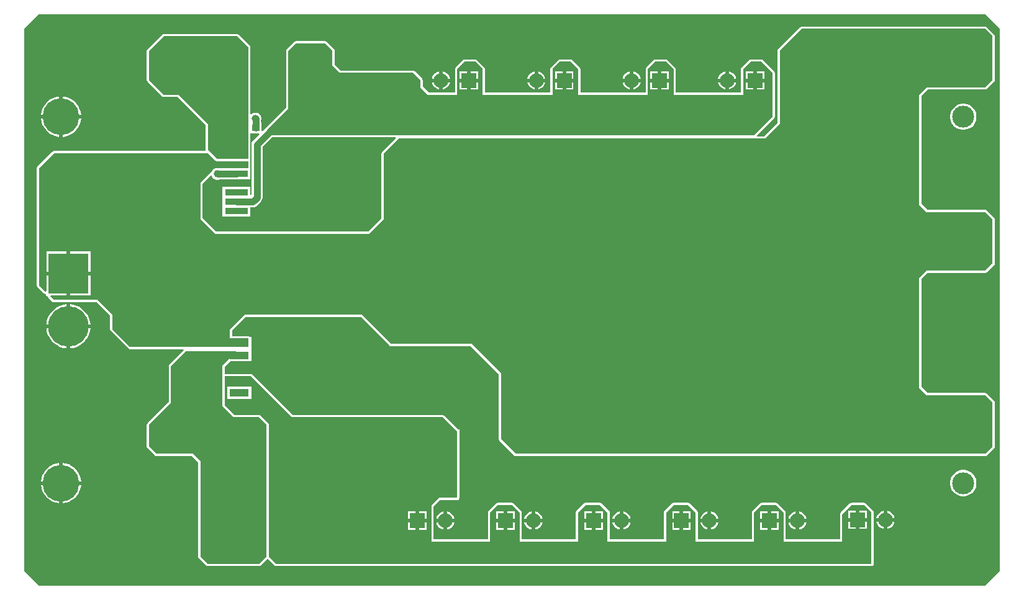
<source format=gtl>
G04*
G04 #@! TF.GenerationSoftware,Altium Limited,Altium Designer,21.8.1 (53)*
G04*
G04 Layer_Physical_Order=1*
G04 Layer_Color=255*
%FSLAX44Y44*%
%MOMM*%
G71*
G04*
G04 #@! TF.SameCoordinates,FEF93E2C-DD4C-44DC-82AE-5B634F70B55F*
G04*
G04*
G04 #@! TF.FilePolarity,Positive*
G04*
G01*
G75*
%ADD18R,1.9000X4.1500*%
%ADD19R,6.3500X18.8000*%
%ADD20R,4.0000X4.5000*%
%ADD21R,3.1600X0.9100*%
%ADD22R,10.4100X10.8000*%
%ADD23R,2.0000X7.0000*%
%ADD24R,2.9400X1.1000*%
%ADD25R,7.0000X10.8000*%
%ADD26R,2.6600X1.0700*%
G04:AMPARAMS|DCode=27|XSize=7.5mm|YSize=7.5mm|CornerRadius=1.875mm|HoleSize=0mm|Usage=FLASHONLY|Rotation=90.000|XOffset=0mm|YOffset=0mm|HoleType=Round|Shape=RoundedRectangle|*
%AMROUNDEDRECTD27*
21,1,7.5000,3.7500,0,0,90.0*
21,1,3.7500,7.5000,0,0,90.0*
1,1,3.7500,1.8750,1.8750*
1,1,3.7500,1.8750,-1.8750*
1,1,3.7500,-1.8750,-1.8750*
1,1,3.7500,-1.8750,1.8750*
%
%ADD27ROUNDEDRECTD27*%
%ADD28R,1.6000X3.5000*%
%ADD29R,3.3000X2.8500*%
%ADD30R,1.5000X0.9000*%
%ADD31R,1.0000X0.9500*%
%ADD54R,6.0900X5.6300*%
%ADD55C,0.9000*%
%ADD56R,2.0000X2.0000*%
%ADD57C,2.0000*%
%ADD58C,5.5160*%
%ADD59R,5.5160X5.5160*%
%ADD60C,5.0000*%
%ADD61C,3.0000*%
%ADD62C,1.0000*%
%ADD63C,1.5000*%
G36*
X1340000Y770000D02*
Y30000D01*
X1340000D01*
X1320000Y10000D01*
X30000D01*
X10000Y30000D01*
Y770000D01*
X30000Y790000D01*
X1320000D01*
X1340000Y770000D01*
D02*
G37*
%LPC*%
G36*
X1320000Y773059D02*
X1320000Y773059D01*
X1070000D01*
X1070000Y773059D01*
X1068829Y772826D01*
X1067837Y772163D01*
X1037837Y742163D01*
X1037174Y741171D01*
X1036941Y740000D01*
X1036941Y740000D01*
Y641267D01*
X1018733Y623059D01*
X1009044D01*
X1008558Y624232D01*
X1032163Y647837D01*
X1032826Y648829D01*
X1033059Y650000D01*
X1033059Y650000D01*
Y710000D01*
X1032826Y711171D01*
X1032163Y712163D01*
X1032163Y712163D01*
X1017163Y727163D01*
X1016171Y727826D01*
X1015000Y728059D01*
X1015000Y728059D01*
X1000000D01*
X998829Y727826D01*
X997837Y727163D01*
X997837Y727163D01*
X987837Y717163D01*
X987174Y716171D01*
X986941Y715000D01*
X986941Y715000D01*
Y683059D01*
X898059D01*
Y715000D01*
X897826Y716171D01*
X897163Y717163D01*
X897163Y717163D01*
X887163Y727163D01*
X886171Y727826D01*
X885000Y728059D01*
X885000Y728059D01*
X870000D01*
X868829Y727826D01*
X867837Y727163D01*
X867837Y727163D01*
X857837Y717163D01*
X857174Y716171D01*
X856941Y715000D01*
X856941Y715000D01*
Y683059D01*
X768059D01*
Y715000D01*
X767826Y716171D01*
X767163Y717163D01*
X767163Y717163D01*
X757163Y727163D01*
X756171Y727826D01*
X755000Y728059D01*
X755000Y728059D01*
X740000D01*
X738829Y727826D01*
X737837Y727163D01*
X737837Y727163D01*
X727837Y717163D01*
X727174Y716171D01*
X726941Y715000D01*
X726941Y715000D01*
Y683059D01*
X638059D01*
Y715000D01*
X637826Y716171D01*
X637163Y717163D01*
X637163Y717163D01*
X627163Y727163D01*
X626171Y727826D01*
X625000Y728059D01*
X625000Y728059D01*
X610000D01*
X608829Y727826D01*
X607837Y727163D01*
X607837Y727163D01*
X597837Y717163D01*
X597174Y716171D01*
X596941Y715000D01*
X596941Y715000D01*
Y683059D01*
X561267D01*
X553059Y691267D01*
Y700000D01*
X552826Y701171D01*
X552163Y702163D01*
X552163Y702163D01*
X542163Y712163D01*
X541171Y712826D01*
X540000Y713059D01*
X540000Y713059D01*
X441267D01*
X433059Y721267D01*
Y740000D01*
X432826Y741171D01*
X432163Y742163D01*
X432163Y742163D01*
X422163Y752163D01*
X421171Y752826D01*
X420000Y753059D01*
X420000Y753059D01*
X380000D01*
X378829Y752826D01*
X377837Y752163D01*
X377837Y752163D01*
X367837Y742163D01*
X367174Y741171D01*
X366941Y740000D01*
X366941Y740000D01*
Y662639D01*
X334673Y630371D01*
X333500Y630857D01*
Y642750D01*
X332756D01*
Y645536D01*
X333000Y646447D01*
Y648553D01*
X332455Y650588D01*
X331402Y652412D01*
X329912Y653902D01*
X328088Y654955D01*
X326053Y655500D01*
X323947D01*
X321912Y654955D01*
X320088Y653902D01*
X319329Y653142D01*
X318059Y653669D01*
Y745000D01*
X317826Y746171D01*
X317163Y747163D01*
X317163Y747163D01*
X302163Y762163D01*
X301171Y762826D01*
X300000Y763059D01*
X300000Y763059D01*
X200000D01*
X200000Y763059D01*
X198829Y762826D01*
X197837Y762163D01*
X177837Y742163D01*
X177174Y741171D01*
X176941Y740000D01*
X176941Y740000D01*
X176941Y700000D01*
X177174Y698829D01*
X177837Y697837D01*
X197837Y677837D01*
X198829Y677174D01*
X200000Y676941D01*
X200000Y676941D01*
X218733D01*
X256941Y638733D01*
Y605000D01*
X257075Y604329D01*
X256278Y603059D01*
X50000Y603059D01*
X48829Y602826D01*
X47837Y602163D01*
X47837Y602163D01*
X27837Y582163D01*
X27174Y581171D01*
X26941Y580000D01*
X26941Y580000D01*
X26941Y420000D01*
X27174Y418829D01*
X27837Y417837D01*
X27837Y417837D01*
X36544Y409130D01*
X37536Y408467D01*
X38707Y408234D01*
X39420Y407649D01*
Y405420D01*
X41082D01*
X42235Y404707D01*
X42382Y403963D01*
X42467Y403536D01*
X43130Y402544D01*
X47837Y397837D01*
X48829Y397174D01*
X50000Y396941D01*
X50000Y396941D01*
X108733Y396941D01*
X126941Y378733D01*
Y360000D01*
X127174Y358829D01*
X127837Y357837D01*
X127837Y357837D01*
X151837Y333837D01*
X151837Y333837D01*
X152829Y333174D01*
X154000Y332941D01*
X154000Y332941D01*
X226819Y332941D01*
X227345Y331671D01*
X207837Y312163D01*
X207174Y311171D01*
X206941Y310000D01*
X206941Y310000D01*
Y261267D01*
X197837Y252163D01*
X197837Y252163D01*
X177837Y232163D01*
X177174Y231171D01*
X176941Y230000D01*
X176941Y230000D01*
Y200000D01*
X177174Y198829D01*
X177837Y197837D01*
X177837Y197837D01*
X187837Y187837D01*
X188829Y187174D01*
X190000Y186941D01*
X190000Y186941D01*
X238733D01*
X246941Y178733D01*
Y50000D01*
X247174Y48829D01*
X247837Y47837D01*
X257837Y37837D01*
X258829Y37174D01*
X260000Y36941D01*
X260000Y36941D01*
X330000D01*
X330000Y36941D01*
X331171Y37174D01*
X332163Y37837D01*
X341500Y47174D01*
X350837Y37837D01*
X351829Y37174D01*
X353000Y36941D01*
X353000Y36941D01*
X1165000D01*
X1166171Y37174D01*
X1167163Y37837D01*
X1167826Y38830D01*
X1168059Y40000D01*
X1168059Y110000D01*
X1167826Y111171D01*
X1167163Y112163D01*
X1157163Y122163D01*
X1157163Y122163D01*
X1156171Y122826D01*
X1155000Y123059D01*
X1155000Y123059D01*
X1137558D01*
X1136388Y122826D01*
X1135395Y122163D01*
X1122837Y109605D01*
X1122174Y108612D01*
X1121941Y107442D01*
X1121941Y107442D01*
X1121941Y73059D01*
X1048059D01*
X1048059Y110000D01*
X1047826Y111171D01*
X1047163Y112163D01*
X1037163Y122163D01*
X1036171Y122826D01*
X1035000Y123059D01*
X1035000Y123059D01*
X1015000D01*
X1013829Y122826D01*
X1012837Y122163D01*
X1012837Y122163D01*
X1002837Y112163D01*
X1002174Y111171D01*
X1001941Y110000D01*
X1001941Y110000D01*
Y73059D01*
X928059D01*
Y110000D01*
X928059Y110000D01*
X927826Y111171D01*
X927163Y112163D01*
X917163Y122163D01*
X916171Y122826D01*
X915000Y123059D01*
X915000Y123059D01*
X895000D01*
X893829Y122826D01*
X892837Y122163D01*
X882837Y112163D01*
X882174Y111171D01*
X881941Y110000D01*
X881941Y110000D01*
Y73059D01*
X808059D01*
X808059Y110000D01*
X807826Y111171D01*
X807163Y112163D01*
X797163Y122163D01*
X796171Y122826D01*
X795000Y123059D01*
X795000Y123059D01*
X775000D01*
X773829Y122826D01*
X772837Y122163D01*
X772837Y122163D01*
X762837Y112163D01*
X762837Y112163D01*
X762174Y111171D01*
X761941Y110000D01*
X761941Y110000D01*
Y73059D01*
X688059D01*
Y110000D01*
X687826Y111171D01*
X687163Y112163D01*
X677163Y122163D01*
X676171Y122826D01*
X675000Y123059D01*
X675000Y123059D01*
X655000D01*
X655000Y123059D01*
X653829Y122826D01*
X652837Y122163D01*
X642837Y112163D01*
X642174Y111171D01*
X641941Y110000D01*
X641941Y110000D01*
X641941Y73059D01*
X568059D01*
Y118733D01*
X576267Y126941D01*
X600000D01*
X601171Y127174D01*
X602163Y127837D01*
X602826Y128829D01*
X603059Y130000D01*
X603059Y220000D01*
X603000Y220295D01*
Y223000D01*
X601326D01*
X582163Y242163D01*
X581171Y242826D01*
X580000Y243059D01*
X580000Y243059D01*
X376267D01*
X321163Y298163D01*
X320171Y298826D01*
X319000Y299059D01*
X319000Y299059D01*
X283059D01*
Y308733D01*
X290476Y316150D01*
X319300D01*
Y332850D01*
X319300Y332850D01*
Y333150D01*
X319300D01*
X319300Y334120D01*
Y349850D01*
X316883D01*
X316171Y350326D01*
X315000Y350559D01*
X293059D01*
Y358733D01*
X311267Y376941D01*
X468733D01*
X487837Y357837D01*
X487837Y357837D01*
X507837Y337837D01*
X508829Y337174D01*
X510000Y336941D01*
X510000Y336941D01*
X618733Y336941D01*
X656941Y298733D01*
Y210000D01*
X657174Y208829D01*
X657837Y207837D01*
X677837Y187837D01*
X678829Y187174D01*
X680000Y186941D01*
X680000Y186941D01*
X1270778D01*
X1271250Y186895D01*
X1308750D01*
X1309222Y186941D01*
X1320000D01*
X1321171Y187174D01*
X1322163Y187837D01*
X1322163Y187837D01*
X1332163Y197837D01*
X1332826Y198829D01*
X1333059Y200000D01*
X1333059Y200000D01*
Y260000D01*
X1332826Y261171D01*
X1332163Y262163D01*
X1332163Y262163D01*
X1322163Y272163D01*
X1321171Y272826D01*
X1320000Y273059D01*
X1320000Y273059D01*
X1241267D01*
X1233059Y281267D01*
Y428733D01*
X1241267Y436941D01*
X1270778D01*
X1271250Y436895D01*
X1308750D01*
X1309222Y436941D01*
X1320000D01*
X1320000Y436941D01*
X1321171Y437174D01*
X1322163Y437837D01*
X1332163Y447837D01*
X1332826Y448829D01*
X1333059Y450000D01*
X1333059Y450000D01*
Y510000D01*
X1332826Y511171D01*
X1332163Y512163D01*
X1332163Y512163D01*
X1322163Y522163D01*
X1321171Y522826D01*
X1320000Y523059D01*
X1320000Y523059D01*
X1241267D01*
X1233059Y531267D01*
Y678733D01*
X1241267Y686941D01*
X1270778D01*
X1271250Y686895D01*
X1308750D01*
X1309222Y686941D01*
X1320000D01*
X1321171Y687174D01*
X1322163Y687837D01*
X1322163Y687837D01*
X1332163Y697837D01*
X1332826Y698829D01*
X1333059Y700000D01*
X1333059Y700000D01*
Y760000D01*
X1332826Y761171D01*
X1332163Y762163D01*
X1332163Y762163D01*
X1322163Y772163D01*
X1321171Y772826D01*
X1320000Y773059D01*
D02*
G37*
G36*
X710490Y711802D02*
Y702040D01*
X720252D01*
X719635Y704340D01*
X717984Y707200D01*
X715650Y709535D01*
X712790Y711185D01*
X710490Y711802D01*
D02*
G37*
G36*
X970490Y711802D02*
Y702040D01*
X980252D01*
X979635Y704340D01*
X977984Y707200D01*
X975650Y709535D01*
X972790Y711185D01*
X970490Y711802D01*
D02*
G37*
G36*
X840490D02*
Y702040D01*
X850252D01*
X849635Y704340D01*
X847984Y707200D01*
X845650Y709535D01*
X842790Y711185D01*
X840490Y711802D01*
D02*
G37*
G36*
X580490D02*
Y702040D01*
X590252D01*
X589635Y704340D01*
X587985Y707200D01*
X585650Y709535D01*
X582790Y711185D01*
X580490Y711802D01*
D02*
G37*
G36*
X835410Y711802D02*
X833110Y711185D01*
X830250Y709535D01*
X827915Y707200D01*
X826265Y704340D01*
X825648Y702040D01*
X835410D01*
Y711802D01*
D02*
G37*
G36*
X575410D02*
X573110Y711185D01*
X570250Y709535D01*
X567915Y707200D01*
X566265Y704340D01*
X565648Y702040D01*
X575410D01*
Y711802D01*
D02*
G37*
G36*
X965410Y711802D02*
X963110Y711185D01*
X960250Y709535D01*
X957915Y707200D01*
X956265Y704340D01*
X955648Y702040D01*
X965410D01*
Y711802D01*
D02*
G37*
G36*
X705410D02*
X703110Y711185D01*
X700250Y709535D01*
X697915Y707200D01*
X696265Y704340D01*
X695648Y702040D01*
X705410D01*
Y711802D01*
D02*
G37*
G36*
X720252Y696960D02*
X710490D01*
Y687198D01*
X712790Y687815D01*
X715650Y689465D01*
X717984Y691800D01*
X719635Y694660D01*
X720252Y696960D01*
D02*
G37*
G36*
X835410D02*
X825648D01*
X826265Y694660D01*
X827915Y691800D01*
X830250Y689465D01*
X833110Y687815D01*
X835410Y687198D01*
Y696960D01*
D02*
G37*
G36*
X575410D02*
X565648D01*
X566265Y694660D01*
X567915Y691800D01*
X570250Y689465D01*
X573110Y687815D01*
X575410Y687198D01*
Y696960D01*
D02*
G37*
G36*
X980252D02*
X970490D01*
Y687198D01*
X972790Y687815D01*
X975650Y689465D01*
X977984Y691800D01*
X979635Y694660D01*
X980252Y696960D01*
D02*
G37*
G36*
X965410D02*
X955648D01*
X956265Y694660D01*
X957915Y691800D01*
X960250Y689465D01*
X963110Y687815D01*
X965410Y687198D01*
Y696960D01*
D02*
G37*
G36*
X850252D02*
X840490D01*
Y687198D01*
X842790Y687815D01*
X845650Y689465D01*
X847984Y691800D01*
X849635Y694660D01*
X850252Y696960D01*
D02*
G37*
G36*
X590252D02*
X580490D01*
Y687198D01*
X582790Y687815D01*
X585650Y689465D01*
X587985Y691800D01*
X589635Y694660D01*
X590252Y696960D01*
D02*
G37*
G36*
X705410D02*
X695648D01*
X696265Y694660D01*
X697915Y691800D01*
X700250Y689465D01*
X703110Y687815D01*
X705410Y687198D01*
Y696960D01*
D02*
G37*
G36*
X62540Y677481D02*
Y652540D01*
X87481D01*
X86862Y656449D01*
X85522Y660572D01*
X83554Y664434D01*
X81006Y667941D01*
X77941Y671006D01*
X74434Y673554D01*
X70572Y675522D01*
X66449Y676862D01*
X62540Y677481D01*
D02*
G37*
G36*
X57460D02*
X53551Y676862D01*
X49428Y675522D01*
X45566Y673554D01*
X42059Y671006D01*
X38994Y667941D01*
X36446Y664434D01*
X34478Y660572D01*
X33138Y656449D01*
X32519Y652540D01*
X57460D01*
Y677481D01*
D02*
G37*
G36*
X1291773Y668000D02*
X1288227D01*
X1284750Y667308D01*
X1281474Y665951D01*
X1278526Y663981D01*
X1276019Y661474D01*
X1274049Y658526D01*
X1272692Y655250D01*
X1272000Y651773D01*
Y648227D01*
X1272692Y644750D01*
X1274049Y641474D01*
X1276019Y638526D01*
X1278526Y636018D01*
X1281474Y634049D01*
X1284750Y632692D01*
X1288227Y632000D01*
X1291773D01*
X1295250Y632692D01*
X1298526Y634049D01*
X1301474Y636018D01*
X1303981Y638526D01*
X1305951Y641474D01*
X1307308Y644750D01*
X1308000Y648227D01*
Y651773D01*
X1307308Y655250D01*
X1305951Y658526D01*
X1303981Y661474D01*
X1301474Y663981D01*
X1298526Y665951D01*
X1295250Y667308D01*
X1291773Y668000D01*
D02*
G37*
G36*
X87481Y647460D02*
X62540D01*
Y622519D01*
X66449Y623138D01*
X70572Y624478D01*
X74434Y626446D01*
X77941Y628994D01*
X81006Y632059D01*
X83554Y635566D01*
X85522Y639428D01*
X86862Y643551D01*
X87481Y647460D01*
D02*
G37*
G36*
X57460D02*
X32519D01*
X33138Y643551D01*
X34478Y639428D01*
X36446Y635566D01*
X38994Y632059D01*
X42059Y628994D01*
X45566Y626446D01*
X49428Y624478D01*
X53551Y623138D01*
X57460Y622519D01*
Y647460D01*
D02*
G37*
G36*
X72540Y394093D02*
Y366540D01*
X100093D01*
X99378Y371053D01*
X97913Y375562D01*
X95761Y379786D01*
X92974Y383622D01*
X89622Y386974D01*
X85786Y389761D01*
X81562Y391913D01*
X77053Y393378D01*
X72540Y394093D01*
D02*
G37*
G36*
X67460D02*
X62947Y393378D01*
X58438Y391913D01*
X54214Y389761D01*
X50378Y386974D01*
X47026Y383622D01*
X44239Y379786D01*
X42087Y375562D01*
X40622Y371053D01*
X39907Y366540D01*
X67460D01*
Y394093D01*
D02*
G37*
G36*
X100093Y361460D02*
X72540D01*
Y333907D01*
X77053Y334622D01*
X81562Y336087D01*
X85786Y338239D01*
X89622Y341026D01*
X92974Y344378D01*
X95761Y348214D01*
X97913Y352438D01*
X99378Y356947D01*
X100093Y361460D01*
D02*
G37*
G36*
X67460D02*
X39907D01*
X40622Y356947D01*
X42087Y352438D01*
X44239Y348214D01*
X47026Y344378D01*
X50378Y341026D01*
X54214Y338239D01*
X58438Y336087D01*
X62947Y334622D01*
X67460Y333907D01*
Y361460D01*
D02*
G37*
G36*
X62540Y177481D02*
Y152540D01*
X87481D01*
X86862Y156449D01*
X85522Y160572D01*
X83554Y164434D01*
X81006Y167941D01*
X77941Y171006D01*
X74434Y173554D01*
X70572Y175522D01*
X66449Y176862D01*
X62540Y177481D01*
D02*
G37*
G36*
X57460D02*
X53551Y176862D01*
X49428Y175522D01*
X45566Y173554D01*
X42059Y171006D01*
X38994Y167941D01*
X36446Y164434D01*
X34478Y160572D01*
X33138Y156449D01*
X32519Y152540D01*
X57460D01*
Y177481D01*
D02*
G37*
G36*
X1291773Y168000D02*
X1288227D01*
X1284750Y167308D01*
X1281474Y165951D01*
X1278526Y163981D01*
X1276019Y161474D01*
X1274049Y158526D01*
X1272692Y155250D01*
X1272000Y151773D01*
Y148227D01*
X1272692Y144750D01*
X1274049Y141474D01*
X1276019Y138526D01*
X1278526Y136018D01*
X1281474Y134049D01*
X1284750Y132692D01*
X1288227Y132000D01*
X1291773D01*
X1295250Y132692D01*
X1298526Y134049D01*
X1301474Y136018D01*
X1303981Y138526D01*
X1305951Y141474D01*
X1307308Y144750D01*
X1308000Y148227D01*
Y151773D01*
X1307308Y155250D01*
X1305951Y158526D01*
X1303981Y161474D01*
X1301474Y163981D01*
X1298526Y165951D01*
X1295250Y167308D01*
X1291773Y168000D01*
D02*
G37*
G36*
X87481Y147460D02*
X62540D01*
Y122519D01*
X66449Y123138D01*
X70572Y124478D01*
X74434Y126446D01*
X77941Y128994D01*
X81006Y132059D01*
X83554Y135566D01*
X85522Y139428D01*
X86862Y143551D01*
X87481Y147460D01*
D02*
G37*
G36*
X57460D02*
X32519D01*
X33138Y143551D01*
X34478Y139428D01*
X36446Y135566D01*
X38994Y132059D01*
X42059Y128994D01*
X45566Y126446D01*
X49428Y124478D01*
X53551Y123138D01*
X57460Y122519D01*
Y147460D01*
D02*
G37*
G36*
X1186590Y112302D02*
Y102540D01*
X1196352D01*
X1195735Y104840D01*
X1194084Y107700D01*
X1191750Y110035D01*
X1188890Y111685D01*
X1186590Y112302D01*
D02*
G37*
G36*
X1181510D02*
X1179210Y111685D01*
X1176350Y110035D01*
X1174016Y107700D01*
X1172365Y104840D01*
X1171748Y102540D01*
X1181510D01*
Y112302D01*
D02*
G37*
G36*
X1066590Y111302D02*
Y101540D01*
X1076352D01*
X1075735Y103840D01*
X1074084Y106700D01*
X1071750Y109035D01*
X1068890Y110685D01*
X1066590Y111302D01*
D02*
G37*
G36*
X1061510D02*
X1059210Y110685D01*
X1056350Y109035D01*
X1054016Y106700D01*
X1052365Y103840D01*
X1051748Y101540D01*
X1061510D01*
Y111302D01*
D02*
G37*
G36*
X946590D02*
Y101540D01*
X956352D01*
X955735Y103840D01*
X954084Y106700D01*
X951750Y109035D01*
X948890Y110685D01*
X946590Y111302D01*
D02*
G37*
G36*
X941510D02*
X939210Y110685D01*
X936350Y109035D01*
X934016Y106700D01*
X932365Y103840D01*
X931748Y101540D01*
X941510D01*
Y111302D01*
D02*
G37*
G36*
X826590D02*
Y101540D01*
X836352D01*
X835735Y103840D01*
X834084Y106700D01*
X831750Y109035D01*
X828890Y110685D01*
X826590Y111302D01*
D02*
G37*
G36*
X821510D02*
X819210Y110685D01*
X816350Y109035D01*
X814016Y106700D01*
X812365Y103840D01*
X811748Y101540D01*
X821510D01*
Y111302D01*
D02*
G37*
G36*
X706590D02*
Y101540D01*
X716352D01*
X715735Y103840D01*
X714084Y106700D01*
X711750Y109035D01*
X708890Y110685D01*
X706590Y111302D01*
D02*
G37*
G36*
X701510D02*
X699210Y110685D01*
X696350Y109035D01*
X694016Y106700D01*
X692365Y103840D01*
X691748Y101540D01*
X701510D01*
Y111302D01*
D02*
G37*
G36*
X586590D02*
Y101540D01*
X596352D01*
X595735Y103840D01*
X594085Y106700D01*
X591750Y109035D01*
X588890Y110685D01*
X586590Y111302D01*
D02*
G37*
G36*
X581510D02*
X579210Y110685D01*
X576350Y109035D01*
X574016Y106700D01*
X572365Y103840D01*
X571748Y101540D01*
X581510D01*
Y111302D01*
D02*
G37*
G36*
X1196352Y97460D02*
X1186590D01*
Y87698D01*
X1188890Y88315D01*
X1191750Y89965D01*
X1194084Y92300D01*
X1195735Y95160D01*
X1196352Y97460D01*
D02*
G37*
G36*
X1181510D02*
X1171748D01*
X1172365Y95160D01*
X1174016Y92300D01*
X1176350Y89965D01*
X1179210Y88315D01*
X1181510Y87698D01*
Y97460D01*
D02*
G37*
G36*
X1076352Y96460D02*
X1066590D01*
Y86698D01*
X1068890Y87315D01*
X1071750Y88966D01*
X1074084Y91300D01*
X1075735Y94160D01*
X1076352Y96460D01*
D02*
G37*
G36*
X1061510D02*
X1051748D01*
X1052365Y94160D01*
X1054016Y91300D01*
X1056350Y88966D01*
X1059210Y87315D01*
X1061510Y86698D01*
Y96460D01*
D02*
G37*
G36*
X956352D02*
X946590D01*
Y86698D01*
X948890Y87315D01*
X951750Y88966D01*
X954084Y91300D01*
X955735Y94160D01*
X956352Y96460D01*
D02*
G37*
G36*
X941510D02*
X931748D01*
X932365Y94160D01*
X934016Y91300D01*
X936350Y88966D01*
X939210Y87315D01*
X941510Y86698D01*
Y96460D01*
D02*
G37*
G36*
X836352D02*
X826590D01*
Y86698D01*
X828890Y87315D01*
X831750Y88966D01*
X834084Y91300D01*
X835735Y94160D01*
X836352Y96460D01*
D02*
G37*
G36*
X821510D02*
X811748D01*
X812365Y94160D01*
X814016Y91300D01*
X816350Y88966D01*
X819210Y87315D01*
X821510Y86698D01*
Y96460D01*
D02*
G37*
G36*
X716352D02*
X706590D01*
Y86698D01*
X708890Y87315D01*
X711750Y88966D01*
X714084Y91300D01*
X715735Y94160D01*
X716352Y96460D01*
D02*
G37*
G36*
X701510D02*
X691748D01*
X692365Y94160D01*
X694016Y91300D01*
X696350Y88966D01*
X699210Y87315D01*
X701510Y86698D01*
Y96460D01*
D02*
G37*
G36*
X596352D02*
X586590D01*
Y86698D01*
X588890Y87315D01*
X591750Y88966D01*
X594085Y91300D01*
X595735Y94160D01*
X596352Y96460D01*
D02*
G37*
G36*
X581510D02*
X571748D01*
X572365Y94160D01*
X574016Y91300D01*
X576350Y88966D01*
X579210Y87315D01*
X581510Y86698D01*
Y96460D01*
D02*
G37*
%LPD*%
G36*
X430000Y740000D02*
Y720000D01*
X440000Y710000D01*
X540000D01*
X550000Y700000D01*
Y690000D01*
X560000Y680000D01*
X600000D01*
Y715000D01*
X610000Y725000D01*
X625000D01*
X635000Y715000D01*
Y680000D01*
X730000D01*
Y715000D01*
X740000Y725000D01*
X755000D01*
X765000Y715000D01*
Y680000D01*
X860000D01*
Y715000D01*
X870000Y725000D01*
X885000D01*
X895000Y715000D01*
Y680000D01*
X990000D01*
Y715000D01*
X1000000Y725000D01*
X1015000D01*
X1030000Y710000D01*
Y650000D01*
X1005000Y625000D01*
X346659D01*
X346173Y626173D01*
X370000Y650000D01*
Y740000D01*
X380000Y750000D01*
X420000D01*
X430000Y740000D01*
D02*
G37*
G36*
X315000Y745000D02*
Y592500D01*
X272500D01*
X260000Y605000D01*
Y640000D01*
X220000Y680000D01*
X200000D01*
X180000Y700000D01*
X180000Y740000D01*
X200000Y760000D01*
X300000D01*
X315000Y745000D01*
D02*
G37*
G36*
X1330000Y760000D02*
Y700000D01*
X1320000Y690000D01*
X1240000D01*
X1230000Y680000D01*
Y530000D01*
X1240000Y520000D01*
X1320000D01*
X1330000Y510000D01*
Y450000D01*
X1320000Y440000D01*
X1240000D01*
X1230000Y430000D01*
Y280000D01*
X1240000Y270000D01*
X1320000D01*
X1330000Y260000D01*
Y200000D01*
X1320000Y190000D01*
X680000D01*
X660000Y210000D01*
Y300000D01*
X620000Y340000D01*
X510000Y340000D01*
X490000Y360000D01*
X470000Y380000D01*
X310000D01*
X290000Y360000D01*
Y347500D01*
X315000D01*
Y336000D01*
X154000Y336000D01*
X130000Y360000D01*
Y380000D01*
X110000Y400000D01*
X50000Y400000D01*
X45293Y404707D01*
X45779Y405880D01*
X67460D01*
Y433460D01*
X39880D01*
Y411779D01*
X38707Y411293D01*
X30000Y420000D01*
X30000Y580000D01*
X50000Y600000D01*
X260000Y600000D01*
X270000Y590000D01*
X270842D01*
X271329Y589674D01*
X272500Y589441D01*
X272500Y589441D01*
X315000D01*
Y580000D01*
X273524D01*
X273000Y580069D01*
X272476Y580000D01*
X270000D01*
X269004Y579004D01*
X268965Y578988D01*
X267294Y577706D01*
X266012Y576035D01*
X265996Y575996D01*
X250000Y560000D01*
Y510000D01*
X270000Y490000D01*
X480000D01*
X500000Y510000D01*
X500000Y600000D01*
X520000Y620000D01*
X1020000D01*
X1040000Y640000D01*
Y740000D01*
X1070000Y770000D01*
X1320000D01*
X1330000Y760000D01*
D02*
G37*
G36*
X330379Y626077D02*
X321651Y617349D01*
X320449Y615782D01*
X319693Y613958D01*
X319435Y612000D01*
Y543491D01*
X319070Y543247D01*
X317800Y543926D01*
Y554350D01*
X280200D01*
Y539250D01*
Y526550D01*
Y513850D01*
X317800D01*
Y526535D01*
X321600D01*
X323558Y526793D01*
X325382Y527549D01*
X326949Y528751D01*
X332349Y534151D01*
X332349Y534151D01*
X333551Y535718D01*
X334307Y537542D01*
X334565Y539500D01*
Y608867D01*
X347639Y621941D01*
X515956D01*
X516442Y620768D01*
X497837Y602163D01*
X497174Y601171D01*
X496941Y600000D01*
X496941Y600000D01*
X496941Y511267D01*
X478733Y493059D01*
X271267D01*
X253059Y511267D01*
Y558733D01*
X264160Y569834D01*
X265386Y569505D01*
X265545Y568912D01*
X266598Y567088D01*
X268088Y565598D01*
X269912Y564545D01*
X271947Y564000D01*
X274053D01*
X276088Y564545D01*
X276157Y564585D01*
X298950D01*
X299441Y564650D01*
X317800D01*
Y578791D01*
X317826Y578829D01*
X318059Y580000D01*
Y589441D01*
X317826Y590612D01*
X317800Y590651D01*
Y591291D01*
X317826Y591329D01*
X318059Y592500D01*
Y627250D01*
X329893D01*
X330379Y626077D01*
D02*
G37*
G36*
X375000Y240000D02*
X580000D01*
X600000Y220000D01*
X600000Y130000D01*
X575000D01*
X565000Y120000D01*
Y70000D01*
X645000D01*
X645000Y110000D01*
X655000Y120000D01*
X675000D01*
X685000Y110000D01*
Y70000D01*
X765000D01*
Y110000D01*
X775000Y120000D01*
X795000D01*
X805000Y110000D01*
X805000Y70000D01*
X885000D01*
Y110000D01*
X895000Y120000D01*
X915000D01*
X925000Y110000D01*
Y70000D01*
X1005000D01*
Y110000D01*
X1015000Y120000D01*
X1035000D01*
X1045000Y110000D01*
X1045000Y70000D01*
X1125000D01*
X1125000Y107442D01*
X1137558Y120000D01*
X1155000D01*
X1165000Y110000D01*
X1165000Y40000D01*
X353000D01*
X343059Y49941D01*
Y230938D01*
X342826Y231171D01*
X342163Y232163D01*
X342163Y232163D01*
X332163Y242163D01*
X331171Y242826D01*
X330938Y243059D01*
X330000D01*
X330000Y243059D01*
X330000Y243059D01*
X296267Y243059D01*
X283059Y256267D01*
Y296000D01*
X319000D01*
X375000Y240000D01*
D02*
G37*
G36*
X298341Y330000D02*
X298827Y328827D01*
X280000Y310000D01*
Y255000D01*
X295000Y240000D01*
X330000D01*
X340000Y230000D01*
Y50000D01*
X330000Y40000D01*
X260000D01*
X250000Y50000D01*
Y180000D01*
X240000Y190000D01*
X190000D01*
X180000Y200000D01*
Y230000D01*
X200000Y250000D01*
X210000Y260000D01*
Y310000D01*
X230000Y330000D01*
X298341Y330000D01*
D02*
G37*
%LPC*%
G36*
X758590Y712040D02*
X748590D01*
Y702040D01*
X758590D01*
Y712040D01*
D02*
G37*
G36*
X1018590D02*
X1008590D01*
Y702040D01*
X1018590D01*
Y712040D01*
D02*
G37*
G36*
X888590D02*
X878590D01*
Y702040D01*
X888590D01*
Y712040D01*
D02*
G37*
G36*
X628590D02*
X618590D01*
Y702040D01*
X628590D01*
Y712040D01*
D02*
G37*
G36*
X873510D02*
X863510D01*
Y702040D01*
X873510D01*
Y712040D01*
D02*
G37*
G36*
X613510D02*
X603510D01*
Y702040D01*
X613510D01*
Y712040D01*
D02*
G37*
G36*
X1003510D02*
X993510D01*
Y702040D01*
X1003510D01*
Y712040D01*
D02*
G37*
G36*
X743510D02*
X733510D01*
Y702040D01*
X743510D01*
Y712040D01*
D02*
G37*
G36*
X1018590Y696960D02*
X1008590D01*
Y686960D01*
X1018590D01*
Y696960D01*
D02*
G37*
G36*
X1003510D02*
X993510D01*
Y686960D01*
X1003510D01*
Y696960D01*
D02*
G37*
G36*
X888590D02*
X878590D01*
Y686960D01*
X888590D01*
Y696960D01*
D02*
G37*
G36*
X873510D02*
X863510D01*
Y686960D01*
X873510D01*
Y696960D01*
D02*
G37*
G36*
X758590D02*
X748590D01*
Y686960D01*
X758590D01*
Y696960D01*
D02*
G37*
G36*
X743510D02*
X733510D01*
Y686960D01*
X743510D01*
Y696960D01*
D02*
G37*
G36*
X628590D02*
X618590D01*
Y686960D01*
X628590D01*
Y696960D01*
D02*
G37*
G36*
X613510D02*
X603510D01*
Y686960D01*
X613510D01*
Y696960D01*
D02*
G37*
G36*
X100120Y466120D02*
X72540D01*
Y438540D01*
X100120D01*
Y466120D01*
D02*
G37*
G36*
X67460D02*
X39880D01*
Y438540D01*
X67460D01*
Y466120D01*
D02*
G37*
G36*
X100120Y433460D02*
X72540D01*
Y405880D01*
X100120D01*
Y433460D01*
D02*
G37*
G36*
X319300Y281850D02*
X286700D01*
Y265150D01*
X319300D01*
Y281850D01*
D02*
G37*
G36*
X1158490Y112540D02*
X1148490D01*
Y102540D01*
X1158490D01*
Y112540D01*
D02*
G37*
G36*
X1143410D02*
X1133410D01*
Y102540D01*
X1143410D01*
Y112540D01*
D02*
G37*
G36*
X1038490Y111540D02*
X1028490D01*
Y101540D01*
X1038490D01*
Y111540D01*
D02*
G37*
G36*
X1023410D02*
X1013410D01*
Y101540D01*
X1023410D01*
Y111540D01*
D02*
G37*
G36*
X918490D02*
X908490D01*
Y101540D01*
X918490D01*
Y111540D01*
D02*
G37*
G36*
X903410D02*
X893410D01*
Y101540D01*
X903410D01*
Y111540D01*
D02*
G37*
G36*
X798490D02*
X788490D01*
Y101540D01*
X798490D01*
Y111540D01*
D02*
G37*
G36*
X783410D02*
X773410D01*
Y101540D01*
X783410D01*
Y111540D01*
D02*
G37*
G36*
X678490D02*
X668490D01*
Y101540D01*
X678490D01*
Y111540D01*
D02*
G37*
G36*
X663410D02*
X653410D01*
Y101540D01*
X663410D01*
Y111540D01*
D02*
G37*
G36*
X558490D02*
X548490D01*
Y101540D01*
X558490D01*
Y111540D01*
D02*
G37*
G36*
X543410D02*
X533410D01*
Y101540D01*
X543410D01*
Y111540D01*
D02*
G37*
G36*
X1158490Y97460D02*
X1148490D01*
Y87460D01*
X1158490D01*
Y97460D01*
D02*
G37*
G36*
X1143410D02*
X1133410D01*
Y87460D01*
X1143410D01*
Y97460D01*
D02*
G37*
G36*
X1038490Y96460D02*
X1028490D01*
Y86460D01*
X1038490D01*
Y96460D01*
D02*
G37*
G36*
X1023410D02*
X1013410D01*
Y86460D01*
X1023410D01*
Y96460D01*
D02*
G37*
G36*
X918490D02*
X908490D01*
Y86460D01*
X918490D01*
Y96460D01*
D02*
G37*
G36*
X903410D02*
X893410D01*
Y86460D01*
X903410D01*
Y96460D01*
D02*
G37*
G36*
X798490D02*
X788490D01*
Y86460D01*
X798490D01*
Y96460D01*
D02*
G37*
G36*
X783410D02*
X773410D01*
Y86460D01*
X783410D01*
Y96460D01*
D02*
G37*
G36*
X678490D02*
X668490D01*
Y86460D01*
X678490D01*
Y96460D01*
D02*
G37*
G36*
X663410D02*
X653410D01*
Y86460D01*
X663410D01*
Y96460D01*
D02*
G37*
G36*
X558490D02*
X548490D01*
Y86460D01*
X558490D01*
Y96460D01*
D02*
G37*
G36*
X543410D02*
X533410D01*
Y86460D01*
X543410D01*
Y96460D01*
D02*
G37*
%LPD*%
D18*
X177000Y572000D02*
D03*
Y641500D02*
D03*
X477000Y684750D02*
D03*
Y754250D02*
D03*
D19*
X475000Y135000D02*
D03*
X295000D02*
D03*
D20*
X402000Y719500D02*
D03*
X292000D02*
D03*
D21*
X299000Y597600D02*
D03*
Y584900D02*
D03*
Y572200D02*
D03*
Y559500D02*
D03*
Y546800D02*
D03*
Y534100D02*
D03*
Y521400D02*
D03*
D22*
X391750Y559500D02*
D03*
D23*
X590000Y295000D02*
D03*
Y185000D02*
D03*
D24*
X147000Y696500D02*
D03*
Y742220D02*
D03*
D25*
X410000Y307500D02*
D03*
D26*
X303000D02*
D03*
Y290500D02*
D03*
Y324500D02*
D03*
Y273500D02*
D03*
Y341500D02*
D03*
D27*
X1290000Y577500D02*
D03*
Y727500D02*
D03*
Y327500D02*
D03*
Y477500D02*
D03*
Y77500D02*
D03*
Y227500D02*
D03*
D28*
X175000Y302000D02*
D03*
Y358000D02*
D03*
D29*
X215000Y147000D02*
D03*
Y221000D02*
D03*
D30*
X237000Y610500D02*
D03*
Y588500D02*
D03*
D31*
X309500Y635000D02*
D03*
X325500D02*
D03*
D54*
X227000Y719500D02*
D03*
D55*
X402000Y687000D02*
Y719500D01*
X327000Y612000D02*
X402000Y687000D01*
X325000Y647500D02*
X325191Y647309D01*
Y635250D02*
Y647309D01*
Y635250D02*
X325441Y635000D01*
X325500D01*
X298950Y572150D02*
X299000Y572200D01*
X273150Y572150D02*
X298950D01*
X273000Y572000D02*
X273150Y572150D01*
X299000Y534100D02*
X321600D01*
X327000Y539500D01*
Y612000D01*
D56*
X616050Y699500D02*
D03*
X746050D02*
D03*
X876050D02*
D03*
X1006050D02*
D03*
X545950Y99000D02*
D03*
X665950D02*
D03*
X785950D02*
D03*
X905950D02*
D03*
X1025950D02*
D03*
X1145950Y100000D02*
D03*
D57*
X577950Y699500D02*
D03*
X707950D02*
D03*
X837950D02*
D03*
X967950D02*
D03*
X584050Y99000D02*
D03*
X704050D02*
D03*
X824050D02*
D03*
X944050D02*
D03*
X1064050D02*
D03*
X1184050Y100000D02*
D03*
D58*
X70000Y364000D02*
D03*
D59*
Y436000D02*
D03*
D60*
X60000Y150000D02*
D03*
Y650000D02*
D03*
D61*
X1290000D02*
D03*
Y150000D02*
D03*
D62*
X1265000Y552500D02*
D03*
Y602500D02*
D03*
Y577500D02*
D03*
X1290000Y602500D02*
D03*
X1315000D02*
D03*
X1290000Y552500D02*
D03*
X1315000D02*
D03*
Y577500D02*
D03*
X1290000D02*
D03*
Y727500D02*
D03*
X1315000Y752500D02*
D03*
Y727500D02*
D03*
Y702500D02*
D03*
X1290000Y752500D02*
D03*
Y702500D02*
D03*
X1265000D02*
D03*
Y727500D02*
D03*
Y752500D02*
D03*
Y302500D02*
D03*
Y352500D02*
D03*
Y327500D02*
D03*
X1290000Y352500D02*
D03*
X1315000D02*
D03*
X1290000Y302500D02*
D03*
X1315000D02*
D03*
Y327500D02*
D03*
X1290000D02*
D03*
Y477500D02*
D03*
X1315000Y502500D02*
D03*
Y477500D02*
D03*
Y452500D02*
D03*
X1290000Y502500D02*
D03*
Y452500D02*
D03*
X1265000D02*
D03*
Y477500D02*
D03*
Y502500D02*
D03*
Y52500D02*
D03*
Y102500D02*
D03*
Y77500D02*
D03*
X1290000Y102500D02*
D03*
X1315000D02*
D03*
X1290000Y52500D02*
D03*
X1315000D02*
D03*
Y77500D02*
D03*
X1290000D02*
D03*
Y227500D02*
D03*
X1315000Y252500D02*
D03*
Y227500D02*
D03*
Y202500D02*
D03*
X1290000Y252500D02*
D03*
Y202500D02*
D03*
X1265000D02*
D03*
Y227500D02*
D03*
Y252500D02*
D03*
X325000Y647500D02*
D03*
X273000Y572000D02*
D03*
D63*
X45000Y280000D02*
D03*
Y40000D02*
D03*
X225000D02*
D03*
X165000D02*
D03*
X105000D02*
D03*
X955000Y760000D02*
D03*
X630000D02*
D03*
X40000D02*
D03*
X1305000Y400000D02*
D03*
X1245000Y640000D02*
D03*
Y400000D02*
D03*
Y160000D02*
D03*
X1215000Y100000D02*
D03*
X1185000Y160000D02*
D03*
X1125000D02*
D03*
X1095000Y100000D02*
D03*
X1065000Y160000D02*
D03*
X1005000Y760000D02*
D03*
Y160000D02*
D03*
X975000Y100000D02*
D03*
X915000Y700000D02*
D03*
X945000Y160000D02*
D03*
X885000Y760000D02*
D03*
Y160000D02*
D03*
X855000Y100000D02*
D03*
X825000Y760000D02*
D03*
X795000Y700000D02*
D03*
X825000Y160000D02*
D03*
X765000Y760000D02*
D03*
Y160000D02*
D03*
X735000Y100000D02*
D03*
X705000Y760000D02*
D03*
X675000Y700000D02*
D03*
X705000Y160000D02*
D03*
X645000Y280000D02*
D03*
X615000Y220000D02*
D03*
X645000Y160000D02*
D03*
X615000Y100000D02*
D03*
X585000Y760000D02*
D03*
X525000Y280000D02*
D03*
X345000Y760000D02*
D03*
X165000D02*
D03*
X135000Y220000D02*
D03*
X165000Y160000D02*
D03*
X135000Y100000D02*
D03*
X75000Y700000D02*
D03*
X105000Y640000D02*
D03*
Y280000D02*
D03*
X75000Y220000D02*
D03*
X105000Y160000D02*
D03*
X75000Y100000D02*
D03*
X100000Y500000D02*
D03*
Y575000D02*
D03*
X175000Y425000D02*
D03*
Y500000D02*
D03*
X250000Y400000D02*
D03*
Y475000D02*
D03*
X325000Y400000D02*
D03*
Y475000D02*
D03*
X400000Y400000D02*
D03*
Y475000D02*
D03*
X475000Y400000D02*
D03*
Y475000D02*
D03*
X550000Y600000D02*
D03*
Y375000D02*
D03*
Y450000D02*
D03*
X675000Y300000D02*
D03*
Y225000D02*
D03*
X750000D02*
D03*
Y300000D02*
D03*
Y450000D02*
D03*
Y525000D02*
D03*
Y600000D02*
D03*
X825000D02*
D03*
Y525000D02*
D03*
Y450000D02*
D03*
Y375000D02*
D03*
Y300000D02*
D03*
Y225000D02*
D03*
X900000D02*
D03*
X975000D02*
D03*
Y375000D02*
D03*
X1050000Y675000D02*
D03*
Y600000D02*
D03*
Y450000D02*
D03*
Y375000D02*
D03*
Y225000D02*
D03*
X1125000D02*
D03*
Y375000D02*
D03*
Y450000D02*
D03*
Y525000D02*
D03*
Y600000D02*
D03*
Y675000D02*
D03*
Y750000D02*
D03*
X1200000Y225000D02*
D03*
Y300000D02*
D03*
Y375000D02*
D03*
Y450000D02*
D03*
Y525000D02*
D03*
Y600000D02*
D03*
Y675000D02*
D03*
Y750000D02*
D03*
X200000Y385000D02*
D03*
X150000D02*
D03*
X200000Y355000D02*
D03*
X150000D02*
D03*
X155000Y550000D02*
D03*
X200000D02*
D03*
Y585000D02*
D03*
X155000D02*
D03*
X502000Y752000D02*
D03*
X452000D02*
D03*
X565000Y270000D02*
D03*
X615000D02*
D03*
Y295000D02*
D03*
Y320000D02*
D03*
X565000D02*
D03*
Y295000D02*
D03*
X269000Y549000D02*
D03*
X460000Y270000D02*
D03*
Y295000D02*
D03*
Y320000D02*
D03*
Y345000D02*
D03*
X330000Y307500D02*
D03*
X470000Y590000D02*
D03*
Y570000D02*
D03*
Y530000D02*
D03*
Y510000D02*
D03*
Y550000D02*
D03*
Y610000D02*
D03*
X117000Y697000D02*
D03*
X177000Y674500D02*
D03*
X152000Y662000D02*
D03*
X202000D02*
D03*
X237000Y629500D02*
D03*
X452000Y774500D02*
D03*
X117000Y742000D02*
D03*
X502000Y774500D02*
D03*
X237500Y121500D02*
D03*
X192500D02*
D03*
X215000D02*
D03*
X197500Y275000D02*
D03*
X152500D02*
D03*
X175000Y260000D02*
D03*
M02*

</source>
